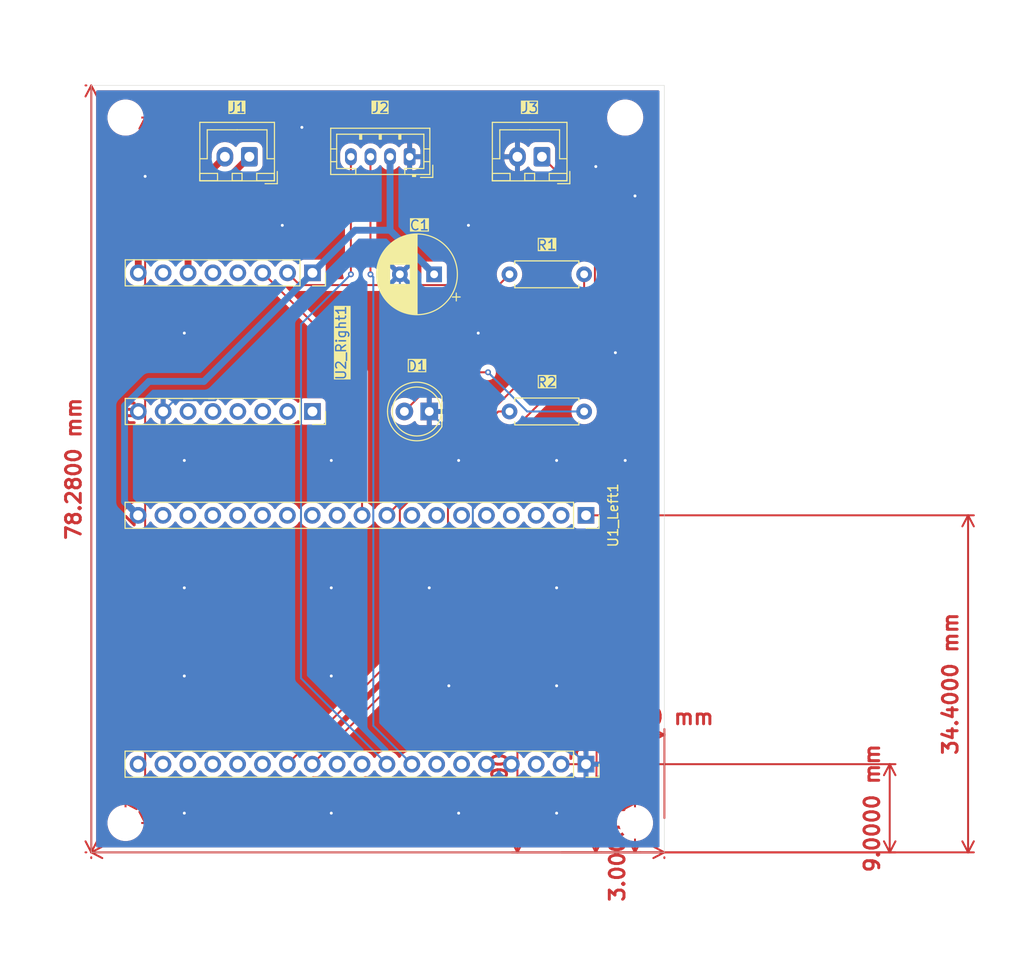
<source format=kicad_pcb>
(kicad_pcb (version 20241229) (generator "pcbnew") (generator_version "9.0")
  (layers (0 "F.Cu" signal) (2 "B.Cu" signal) (13 "F.Paste" user) (15 "B.Paste" user) (5 "F.SilkS" user "F.Silkscreen") (7 "B.SilkS" user "B.Silkscreen") (1 "F.Mask" user) (3 "B.Mask" user) (25 "Edge.Cuts" user))
  (net 0 "")
  (net 1 "GND")
  (net 2 "VCC")
  (net 3 "Net-(D1-A)")
  (net 4 "Net-(J1-Pin_2)")
  (net 5 "Net-(J1-Pin_1)")
  (net 6 "Net-(J2-Pin_3)")
  (net 7 "Net-(J2-Pin_4)")
  (net 8 "Net-(J3-Pin_1)")
  (net 9 "Net-(U1_Left1-Pin_9)")
  (net 10 "Net-(U2_Left1-RX)")
  (net 11 "Net-(U1_Right1-Pin_13)")
  (net 13 "Net-(U1_Left1-Pin_10)")
  (footprint "Connector_JST:JST_XH_B2B-XH-A_1x02_P2.50mm_Vertical" (layer "F.Cu") (at 77.5 38 180)
    (property "Reference" "J3" (at 1.25 5 0) (layer "F.SilkS" knockout))
    (property "Value" "Button")
    (fp_line (start 5.06 3.51) (end 5.06 -2.46) (stroke (width 0.12)) (layer "F.SilkS"))
    (fp_line (start 5.06 -2.46) (end -2.56 -2.46) (stroke (width 0.12)) (layer "F.SilkS"))
    (fp_line (start 5.05 -0.2) (end 4.3 -0.2) (stroke (width 0.12)) (layer "F.SilkS"))
    (fp_line (start 5.05 -1.7) (end 5.05 -2.45) (stroke (width 0.12)) (layer "F.SilkS"))
    (fp_line (start 5.05 -2.45) (end 3.25 -2.45) (stroke (width 0.12)) (layer "F.SilkS"))
    (fp_line (start 4.3 2.75) (end 1.25 2.75) (stroke (width 0.12)) (layer "F.SilkS"))
    (fp_line (start 4.3 -0.2) (end 4.3 2.75) (stroke (width 0.12)) (layer "F.SilkS"))
    (fp_line (start 3.25 -1.7) (end 5.05 -1.7) (stroke (width 0.12)) (layer "F.SilkS"))
    (fp_line (start 3.25 -2.45) (end 3.25 -1.7) (stroke (width 0.12)) (layer "F.SilkS"))
    (fp_line (start 1.75 -1.7) (end 1.75 -2.45) (stroke (width 0.12)) (layer "F.SilkS"))
    (fp_line (start 1.75 -2.45) (end 0.75 -2.45) (stroke (width 0.12)) (layer "F.SilkS"))
    (fp_line (start 0.75 -1.7) (end 1.75 -1.7) (stroke (width 0.12)) (layer "F.SilkS"))
    (fp_line (start 0.75 -2.45) (end 0.75 -1.7) (stroke (width 0.12)) (layer "F.SilkS"))
    (fp_line (start -0.75 -1.7) (end -0.75 -2.45) (stroke (width 0.12)) (layer "F.SilkS"))
    (fp_line (start -0.75 -2.45) (end -2.55 -2.45) (stroke (width 0.12)) (layer "F.SilkS"))
    (fp_line (start -1.6 -2.75) (end -2.85 -2.75) (stroke (width 0.12)) (layer "F.SilkS"))
    (fp_line (start -1.8 2.75) (end 1.25 2.75) (stroke (width 0.12)) (layer "F.SilkS"))
    (fp_line (start -1.8 -0.2) (end -1.8 2.75) (stroke (width 0.12)) (layer "F.SilkS"))
    (fp_line (start -2.55 -0.2) (end -1.8 -0.2) (stroke (width 0.12)) (layer "F.SilkS"))
    (fp_line (start -2.55 -1.7) (end -0.75 -1.7) (stroke (width 0.12)) (layer "F.SilkS"))
    (fp_line (start -2.55 -2.45) (end -2.55 -1.7) (stroke (width 0.12)) (layer "F.SilkS"))
    (fp_line (start -2.56 3.51) (end 5.06 3.51) (stroke (width 0.12)) (layer "F.SilkS"))
    (fp_line (start -2.56 -2.46) (end -2.56 3.51) (stroke (width 0.12)) (layer "F.SilkS"))
    (fp_line (start -2.85 -2.75) (end -2.85 -1.5) (stroke (width 0.12)) (layer "F.SilkS"))
    (pad "1" thru_hole roundrect (at 0 0 180) (size 1.7 2) (drill 1) (layers "*.Cu" "*.Mask") (roundrect_rratio 0.147059) (net 8 "Net-(J3-Pin_1)"))
    (pad "2" thru_hole oval (at 2.5 0 180) (size 1.7 2) (drill 1) (layers "*.Cu" "*.Mask") (net 1 "GND"))
  )
  (footprint "LED_THT:LED_D5.0mm" (layer "F.Cu") (at 66 64 180)
    (property "Reference" "D1" (at 1.27 4.64 0) (layer "F.SilkS" knockout))
    (property "Value" "LED")
    (fp_line (start -1.29 -1.545) (end -1.29 1.545) (stroke (width 0.12)) (layer "F.SilkS"))
    (fp_arc (start 4.26 0.000048) (mid 2.071756 2.880501) (end -1.29 1.54483) (stroke (width 0.12)) (layer "F.SilkS"))
    (fp_arc (start -1.29 -1.54483) (mid 2.071756 -2.880501) (end 4.26 -0.000048) (stroke (width 0.12)) (layer "F.SilkS"))
    (fp_circle (center 1.27 0) (end 3.77 0) (stroke (width 0.12)) (fill no) (layer "F.SilkS"))
    (pad "1" thru_hole rect (at 0 0 180) (size 1.8 1.8) (drill 0.9) (layers "*.Cu" "*.Mask") (net 1 "GND"))
    (pad "2" thru_hole circle (at 2.54 0 180) (size 1.8 1.8) (drill 0.9) (layers "*.Cu" "*.Mask") (net 3 "Net-(D1-A)"))
  )
  (footprint "MountingHole:MountingHole_3.2mm_M3" (layer "F.Cu") (at 35 34 180)
    (property "Reference" "REF**" (hide yes))
    (property "Value" "MountingHole_3.2mm_M3" (hide yes))
    (pad "" np_thru_hole circle (at 0 0 180) (size 3.2 3.2) (drill 3.2) (layers "*.Cu" "*.Mask"))
  )
  (footprint "Connector_PinSocket_2.54mm:PinSocket_1x19_P2.54mm_Vertical" (layer "F.Cu") (at 82 100 -90)
    (property "Reference" "U1_Right1" (hide yes))
    (property "Value" "ESP32")
    (fp_line (start -1.33 47.05) (end 1.33 47.05) (stroke (width 0.12)) (layer "F.SilkS"))
    (fp_line (start -1.33 1.27) (end -1.33 47.05) (stroke (width 0.12)) (layer "F.SilkS"))
    (fp_line (start -1.33 1.27) (end 1.33 1.27) (stroke (width 0.12)) (layer "F.SilkS"))
    (fp_line (start 1.33 1.27) (end 1.33 47.05) (stroke (width 0.12)) (layer "F.SilkS"))
    (fp_line (start 0 -1.33) (end 1.33 -1.33) (stroke (width 0.12)) (layer "F.SilkS"))
    (fp_line (start 1.33 -1.33) (end 1.33 0) (stroke (width 0.12)) (layer "F.SilkS"))
    (pad "1" thru_hole rect (at 0 0 270) (size 1.7 1.7) (drill 1) (layers "*.Cu" "*.Mask") (net 1 "GND"))
    (pad "2" thru_hole oval (at 0 2.54 270) (size 1.7 1.7) (drill 1) (layers "*.Cu" "*.Mask"))
    (pad "3" thru_hole oval (at 0 5.08 270) (size 1.7 1.7) (drill 1) (layers "*.Cu" "*.Mask"))
    (pad "4" thru_hole oval (at 0 7.62 270) (size 1.7 1.7) (drill 1) (layers "*.Cu" "*.Mask"))
    (pad "5" thru_hole oval (at 0 10.16 270) (size 1.7 1.7) (drill 1) (layers "*.Cu" "*.Mask"))
    (pad "6" thru_hole oval (at 0 12.7 270) (size 1.7 1.7) (drill 1) (layers "*.Cu" "*.Mask"))
    (pad "7" thru_hole oval (at 0 15.24 270) (size 1.7 1.7) (drill 1) (layers "*.Cu" "*.Mask"))
    (pad "8" thru_hole oval (at 0 17.78 270) (size 1.7 1.7) (drill 1) (layers "*.Cu" "*.Mask") (net 6 "Net-(J2-Pin_3)"))
    (pad "9" thru_hole oval (at 0 20.32 270) (size 1.7 1.7) (drill 1) (layers "*.Cu" "*.Mask") (net 7 "Net-(J2-Pin_4)"))
    (pad "10" thru_hole oval (at 0 22.86 270) (size 1.7 1.7) (drill 1) (layers "*.Cu" "*.Mask"))
    (pad "11" thru_hole oval (at 0 25.4 270) (size 1.7 1.7) (drill 1) (layers "*.Cu" "*.Mask"))
    (pad "12" thru_hole oval (at 0 27.94 270) (size 1.7 1.7) (drill 1) (layers "*.Cu" "*.Mask") (net 8 "Net-(J3-Pin_1)"))
    (pad "13" thru_hole oval (at 0 30.48 270) (size 1.7 1.7) (drill 1) (layers "*.Cu" "*.Mask") (net 11 "Net-(U1_Right1-Pin_13)"))
    (pad "14" thru_hole oval (at 0 33.02 270) (size 1.7 1.7) (drill 1) (layers "*.Cu" "*.Mask"))
    (pad "15" thru_hole oval (at 0 35.56 270) (size 1.7 1.7) (drill 1) (layers "*.Cu" "*.Mask"))
    (pad "16" thru_hole oval (at 0 38.1 270) (size 1.7 1.7) (drill 1) (layers "*.Cu" "*.Mask"))
    (pad "17" thru_hole oval (at 0 40.64 270) (size 1.7 1.7) (drill 1) (layers "*.Cu" "*.Mask"))
    (pad "18" thru_hole oval (at 0 43.18 270) (size 1.7 1.7) (drill 1) (layers "*.Cu" "*.Mask"))
    (pad "19" thru_hole oval (at 0 45.72 270) (size 1.7 1.7) (drill 1) (layers "*.Cu" "*.Mask"))
  )
  (footprint "MountingHole:MountingHole_3.2mm_M3" (layer "F.Cu") (at 35 106 180)
    (property "Reference" "REF**" (hide yes))
    (property "Value" "MountingHole_3.2mm_M3" (hide yes))
    (pad "" np_thru_hole circle (at 0 0 180) (size 3.2 3.2) (drill 3.2) (layers "*.Cu" "*.Mask"))
  )
  (footprint "MountingHole:MountingHole_3.2mm_M3" (layer "F.Cu") (at 86 34 180)
    (property "Reference" "REF**" (hide yes))
    (property "Value" "MountingHole_3.2mm_M3" (hide yes))
    (pad "" np_thru_hole circle (at 0 0 180) (size 3.2 3.2) (drill 3.2) (layers "*.Cu" "*.Mask"))
  )
  (footprint "Connector_PinSocket_2.54mm:PinSocket_1x08_P2.54mm_Vertical" (layer "F.Cu") (at 54.08 49.85 -90)
    (property "Reference" "U2_Left1" (hide yes))
    (property "Value" "DFPlayer")
    (fp_line (start -1.33 19.11) (end 1.33 19.11) (stroke (width 0.12)) (layer "F.SilkS"))
    (fp_line (start -1.33 1.27) (end -1.33 19.11) (stroke (width 0.12)) (layer "F.SilkS"))
    (fp_line (start -1.33 1.27) (end 1.33 1.27) (stroke (width 0.12)) (layer "F.SilkS"))
    (fp_line (start 1.33 1.27) (end 1.33 19.11) (stroke (width 0.12)) (layer "F.SilkS"))
    (fp_line (start 0 -1.33) (end 1.33 -1.33) (stroke (width 0.12)) (layer "F.SilkS"))
    (fp_line (start 1.33 -1.33) (end 1.33 0) (stroke (width 0.12)) (layer "F.SilkS"))
    (pad "1" thru_hole rect (at 0 0 270) (size 1.7 1.7) (drill 1) (layers "*.Cu" "*.Mask") (net 2 "VCC"))
    (pad "2" thru_hole oval (at 0 2.54 270) (size 1.7 1.7) (drill 1) (layers "*.Cu" "*.Mask") (net 10 "Net-(U2_Left1-RX)"))
    (pad "3" thru_hole oval (at 0 5.08 270) (size 1.7 1.7) (drill 1) (layers "*.Cu" "*.Mask") (net 13 "Net-(U1_Left1-Pin_10)"))
    (pad "4" thru_hole oval (at 0 7.62 270) (size 1.7 1.7) (drill 1) (layers "*.Cu" "*.Mask"))
    (pad "5" thru_hole oval (at 0 10.16 270) (size 1.7 1.7) (drill 1) (layers "*.Cu" "*.Mask"))
    (pad "6" thru_hole oval (at 0 12.7 270) (size 1.7 1.7) (drill 1) (layers "*.Cu" "*.Mask") (net 5 "Net-(J1-Pin_1)"))
    (pad "7" thru_hole oval (at 0 15.24 270) (size 1.7 1.7) (drill 1) (layers "*.Cu" "*.Mask"))
    (pad "8" thru_hole oval (at 0 17.78 270) (size 1.7 1.7) (drill 1) (layers "*.Cu" "*.Mask") (net 4 "Net-(J1-Pin_2)"))
  )
  (footprint "Connector_JST:JST_PH_B4B-PH-K_1x04_P2.00mm_Vertical" (layer "F.Cu") (at 64 38 180)
    (property "Reference" "J2" (at 3 5 0) (layer "F.SilkS" knockout))
    (property "Value" "7Seg_display")
    (fp_line (start 8.06 2.91) (end 8.06 -1.81) (stroke (width 0.12)) (layer "F.SilkS"))
    (fp_line (start 8.06 0.8) (end 7.45 0.8) (stroke (width 0.12)) (layer "F.SilkS"))
    (fp_line (start 8.06 -0.5) (end 7.45 -0.5) (stroke (width 0.12)) (layer "F.SilkS"))
    (fp_line (start 8.06 -1.81) (end -2.06 -1.81) (stroke (width 0.12)) (layer "F.SilkS"))
    (fp_line (start 7.45 2.3) (end 7.45 -1.2) (stroke (width 0.12)) (layer "F.SilkS"))
    (fp_line (start 7.45 -1.2) (end 5.5 -1.2) (stroke (width 0.12)) (layer "F.SilkS"))
    (fp_line (start 5.5 -1.2) (end 5.5 -1.81) (stroke (width 0.12)) (layer "F.SilkS"))
    (fp_line (start 5.1 1.8) (end 5.1 2.3) (stroke (width 0.12)) (layer "F.SilkS"))
    (fp_line (start 5 2.3) (end 5 1.8) (stroke (width 0.12)) (layer "F.SilkS"))
    (fp_line (start 4.9 2.3) (end 4.9 1.8) (stroke (width 0.12)) (layer "F.SilkS"))
    (fp_line (start 4.9 1.8) (end 5.1 1.8) (stroke (width 0.12)) (layer "F.SilkS"))
    (fp_line (start 3.1 1.8) (end 3.1 2.3) (stroke (width 0.12)) (layer "F.SilkS"))
    (fp_line (start 3 2.3) (end 3 1.8) (stroke (width 0.12)) (layer "F.SilkS"))
    (fp_line (start 2.9 2.3) (end 2.9 1.8) (stroke (width 0.12)) (layer "F.SilkS"))
    (fp_line (start 2.9 1.8) (end 3.1 1.8) (stroke (width 0.12)) (layer "F.SilkS"))
    (fp_line (start 1.1 1.8) (end 1.1 2.3) (stroke (width 0.12)) (layer "F.SilkS"))
    (fp_line (start 1 2.3) (end 1 1.8) (stroke (width 0.12)) (layer "F.SilkS"))
    (fp_line (start 0.9 2.3) (end 0.9 1.8) (stroke (width 0.12)) (layer "F.SilkS"))
    (fp_line (start 0.9 1.8) (end 1.1 1.8) (stroke (width 0.12)) (layer "F.SilkS"))
    (fp_line (start 0.5 -1.2) (end -1.45 -1.2) (stroke (width 0.12)) (layer "F.SilkS"))
    (fp_line (start 0.5 -1.81) (end 0.5 -1.2) (stroke (width 0.12)) (layer "F.SilkS"))
    (fp_line (start -0.3 -1.81) (end -0.3 -2.01) (stroke (width 0.12)) (layer "F.SilkS"))
    (fp_line (start -0.3 -1.91) (end -0.6 -1.91) (stroke (width 0.12)) (layer "F.SilkS"))
    (fp_line (start -0.3 -2.01) (end -0.6 -2.01) (stroke (width 0.12)) (layer "F.SilkS"))
    (fp_line (start -0.6 -2.01) (end -0.6 -1.81) (stroke (width 0.12)) (layer "F.SilkS"))
    (fp_line (start -1.11 -2.11) (end -2.36 -2.11) (stroke (width 0.12)) (layer "F.SilkS"))
    (fp_line (start -1.45 2.3) (end 7.45 2.3) (stroke (width 0.12)) (layer "F.SilkS"))
    (fp_line (start -1.45 -1.2) (end -1.45 2.3) (stroke (width 0.12)) (layer "F.SilkS"))
    (fp_line (start -2.06 2.91) (end 8.06 2.91) (stroke (width 0.12)) (layer "F.SilkS"))
    (fp_line (start -2.06 0.8) (end -1.45 0.8) (stroke (width 0.12)) (layer "F.SilkS"))
    (fp_line (start -2.06 -0.5) (end -1.45 -0.5) (stroke (width 0.12)) (layer "F.SilkS"))
    (fp_line (start -2.06 -1.81) (end -2.06 2.91) (stroke (width 0.12)) (layer "F.SilkS"))
    (fp_line (start -2.36 -2.11) (end -2.36 -0.86) (stroke (width 0.12)) (layer "F.SilkS"))
    (pad "1" thru_hole roundrect (at 0 0 180) (size 1.2 1.75) (drill 0.75) (layers "*.Cu" "*.Mask") (roundrect_rratio 0.208333) (net 1 "GND"))
    (pad "2" thru_hole oval (at 2 0 180) (size 1.2 1.75) (drill 0.75) (layers "*.Cu" "*.Mask") (net 2 "VCC"))
    (pad "3" thru_hole oval (at 4 0 180) (size 1.2 1.75) (drill 0.75) (layers "*.Cu" "*.Mask") (net 6 "Net-(J2-Pin_3)"))
    (pad "4" thru_hole oval (at 6 0 180) (size 1.2 1.75) (drill 0.75) (layers "*.Cu" "*.Mask") (net 7 "Net-(J2-Pin_4)"))
  )
  (footprint "Capacitor_THT:CP_Radial_D8.0mm_P3.50mm" (layer "F.Cu") (at 66.5 50 180)
    (property "Reference" "C1" (at 1.5 5 0) (layer "F.SilkS" knockout))
    (property "Value" "470u")
    (fp_line (start 5.831 -0.533) (end 5.831 0.533) (stroke (width 0.12)) (layer "F.SilkS"))
    (fp_line (start 5.791 -0.768) (end 5.791 0.768) (stroke (width 0.12)) (layer "F.SilkS"))
    (fp_line (start 5.751 -0.948) (end 5.751 0.948) (stroke (width 0.12)) (layer "F.SilkS"))
    (fp_line (start 5.711 -1.098) (end 5.711 1.098) (stroke (width 0.12)) (layer "F.SilkS"))
    (fp_line (start 5.671 -1.229) (end 5.671 1.229) (stroke (width 0.12)) (layer "F.SilkS"))
    (fp_line (start 5.631 -1.346) (end 5.631 1.346) (stroke (width 0.12)) (layer "F.SilkS"))
    (fp_line (start 5.591 -1.453) (end 5.591 1.453) (stroke (width 0.12)) (layer "F.SilkS"))
    (fp_line (start 5.551 -1.552) (end 5.551 1.552) (stroke (width 0.12)) (layer "F.SilkS"))
    (fp_line (start 5.511 -1.645) (end 5.511 1.645) (stroke (width 0.12)) (layer "F.SilkS"))
    (fp_line (start 5.471 -1.731) (end 5.471 1.731) (stroke (width 0.12)) (layer "F.SilkS"))
    (fp_line (start 5.431 -1.813) (end 5.431 1.813) (stroke (width 0.12)) (layer "F.SilkS"))
    (fp_line (start 5.391 -1.89) (end 5.391 1.89) (stroke (width 0.12)) (layer "F.SilkS"))
    (fp_line (start 5.351 -1.964) (end 5.351 1.964) (stroke (width 0.12)) (layer "F.SilkS"))
    (fp_line (start 5.311 -2.034) (end 5.311 2.034) (stroke (width 0.12)) (layer "F.SilkS"))
    (fp_line (start 5.271 -2.102) (end 5.271 2.102) (stroke (width 0.12)) (layer "F.SilkS"))
    (fp_line (start 5.231 -2.166) (end 5.231 2.166) (stroke (width 0.12)) (layer "F.SilkS"))
    (fp_line (start 5.191 -2.228) (end 5.191 2.228) (stroke (width 0.12)) (layer "F.SilkS"))
    (fp_line (start 5.151 -2.287) (end 5.151 2.287) (stroke (width 0.12)) (layer "F.SilkS"))
    (fp_line (start 5.111 -2.345) (end 5.111 2.345) (stroke (width 0.12)) (layer "F.SilkS"))
    (fp_line (start 5.071 -2.4) (end 5.071 2.4) (stroke (width 0.12)) (layer "F.SilkS"))
    (fp_line (start 5.031 -2.454) (end 5.031 2.454) (stroke (width 0.12)) (layer "F.SilkS"))
    (fp_line (start 4.991 -2.505) (end 4.991 2.505) (stroke (width 0.12)) (layer "F.SilkS"))
    (fp_line (start 4.951 -2.556) (end 4.951 2.556) (stroke (width 0.12)) (layer "F.SilkS"))
    (fp_line (start 4.911 -2.604) (end 4.911 2.604) (stroke (width 0.12)) (layer "F.SilkS"))
    (fp_line (start 4.871 -2.651) (end 4.871 2.651) (stroke (width 0.12)) (layer "F.SilkS"))
    (fp_line (start 4.831 -2.697) (end 4.831 2.697) (stroke (width 0.12)) (layer "F.SilkS"))
    (fp_line (start 4.791 -2.741) (end 4.791 2.741) (stroke (width 0.12)) (layer "F.SilkS"))
    (fp_line (start 4.751 -2.784) (end 4.751 2.784) (stroke (width 0.12)) (layer "F.SilkS"))
    (fp_line (start 4.711 -2.826) (end 4.711 2.826) (stroke (width 0.12)) (layer "F.SilkS"))
    (fp_line (start 4.671 -2.867) (end 4.671 2.867) (stroke (width 0.12)) (layer "F.SilkS"))
    (fp_line (start 4.631 -2.907) (end 4.631 2.907) (stroke (width 0.12)) (layer "F.SilkS"))
    (fp_line (start 4.591 -2.945) (end 4.591 2.945) (stroke (width 0.12)) (layer "F.SilkS"))
    (fp_line (start 4.551 -2.983) (end 4.551 2.983) (stroke (width 0.12)) (layer "F.SilkS"))
    (fp_line (start 4.511 1.04) (end 4.511 3.019) (stroke (width 0.12)) (layer "F.SilkS"))
    (fp_line (start 4.511 -3.019) (end 4.511 -1.04) (stroke (width 0.12)) (layer "F.SilkS"))
    (fp_line (start 4.471 1.04) (end 4.471 3.055) (stroke (width 0.12)) (layer "F.SilkS"))
    (fp_line (start 4.471 -3.055) (end 4.471 -1.04) (stroke (width 0.12)) (layer "F.SilkS"))
    (fp_line (start 4.431 1.04) (end 4.431 3.09) (stroke (width 0.12)) (layer "F.SilkS"))
    (fp_line (start 4.431 -3.09) (end 4.431 -1.04) (stroke (width 0.12)) (layer "F.SilkS"))
    (fp_line (start 4.391 1.04) (end 4.391 3.124) (stroke (width 0.12)) (layer "F.SilkS"))
    (fp_line (start 4.391 -3.124) (end 4.391 -1.04) (stroke (width 0.12)) (layer "F.SilkS"))
    (fp_line (start 4.351 1.04) (end 4.351 3.156) (stroke (width 0.12)) (layer "F.SilkS"))
    (fp_line (start 4.351 -3.156) (end 4.351 -1.04) (stroke (width 0.12)) (layer "F.SilkS"))
    (fp_line (start 4.311 1.04) (end 4.311 3.189) (stroke (width 0.12)) (layer "F.SilkS"))
    (fp_line (start 4.311 -3.189) (end 4.311 -1.04) (stroke (width 0.12)) (layer "F.SilkS"))
    (fp_line (start 4.271 1.04) (end 4.271 3.22) (stroke (width 0.12)) (layer "F.SilkS"))
    (fp_line (start 4.271 -3.22) (end 4.271 -1.04) (stroke (width 0.12)) (layer "F.SilkS"))
    (fp_line (start 4.231 1.04) (end 4.231 3.25) (stroke (width 0.12)) (layer "F.SilkS"))
    (fp_line (start 4.231 -3.25) (end 4.231 -1.04) (stroke (width 0.12)) (layer "F.SilkS"))
    (fp_line (start 4.191 1.04) (end 4.191 3.28) (stroke (width 0.12)) (layer "F.SilkS"))
    (fp_line (start 4.191 -3.28) (end 4.191 -1.04) (stroke (width 0.12)) (layer "F.SilkS"))
    (fp_line (start 4.151 1.04) (end 4.151 3.309) (stroke (width 0.12)) (layer "F.SilkS"))
    (fp_line (start 4.151 -3.309) (end 4.151 -1.04) (stroke (width 0.12)) (layer "F.SilkS"))
    (fp_line (start 4.111 1.04) (end 4.111 3.338) (stroke (width 0.12)) (layer "F.SilkS"))
    (fp_line (start 4.111 -3.338) (end 4.111 -1.04) (stroke (width 0.12)) (layer "F.SilkS"))
    (fp_line (start 4.071 1.04) (end 4.071 3.365) (stroke (width 0.12)) (layer "F.SilkS"))
    (fp_line (start 4.071 -3.365) (end 4.071 -1.04) (stroke (width 0.12)) (layer "F.SilkS"))
    (fp_line (start 4.031 1.04) (end 4.031 3.392) (stroke (width 0.12)) (layer "F.SilkS"))
    (fp_line (start 4.031 -3.392) (end 4.031 -1.04) (stroke (width 0.12)) (layer "F.SilkS"))
    (fp_line (start 3.991 1.04) (end 3.991 3.418) (stroke (width 0.12)) (layer "F.SilkS"))
    (fp_line (start 3.991 -3.418) (end 3.991 -1.04) (stroke (width 0.12)) (layer "F.SilkS"))
    (fp_line (start 3.951 1.04) (end 3.951 3.444) (stroke (width 0.12)) (layer "F.SilkS"))
    (fp_line (start 3.951 -3.444) (end 3.951 -1.04) (stroke (width 0.12)) (layer "F.SilkS"))
    (fp_line (start 3.911 1.04) (end 3.911 3.469) (stroke (width 0.12)) (layer "F.SilkS"))
    (fp_line (start 3.911 -3.469) (end 3.911 -1.04) (stroke (width 0.12)) (layer "F.SilkS"))
    (fp_line (start 3.871 1.04) (end 3.871 3.493) (stroke (width 0.12)) (layer "F.SilkS"))
    (fp_line (start 3.871 -3.493) (end 3.871 -1.04) (stroke (width 0.12)) (layer "F.SilkS"))
    (fp_line (start 3.831 1.04) (end 3.831 3.517) (stroke (width 0.12)) (layer "F.SilkS"))
    (fp_line (start 3.831 -3.517) (end 3.831 -1.04) (stroke (width 0.12)) (layer "F.SilkS"))
    (fp_line (start 3.791 1.04) (end 3.791 3.54) (stroke (width 0.12)) (layer "F.SilkS"))
    (fp_line (start 3.791 -3.54) (end 3.791 -1.04) (stroke (width 0.12)) (layer "F.SilkS"))
    (fp_line (start 3.751 1.04) (end 3.751 3.562) (stroke (width 0.12)) (layer "F.SilkS"))
    (fp_line (start 3.751 -3.562) (end 3.751 -1.04) (stroke (width 0.12)) (layer "F.SilkS"))
    (fp_line (start 3.711 1.04) (end 3.711 3.584) (stroke (width 0.12)) (layer "F.SilkS"))
    (fp_line (start 3.711 -3.584) (end 3.711 -1.04) (stroke (width 0.12)) (layer "F.SilkS"))
    (fp_line (start 3.671 1.04) (end 3.671 3.606) (stroke (width 0.12)) (layer "F.SilkS"))
    (fp_line (start 3.671 -3.606) (end 3.671 -1.04) (stroke (width 0.12)) (layer "F.SilkS"))
    (fp_line (start 3.631 1.04) (end 3.631 3.627) (stroke (width 0.12)) (layer "F.SilkS"))
    (fp_line (start 3.631 -3.627) (end 3.631 -1.04) (stroke (width 0.12)) (layer "F.SilkS"))
    (fp_line (start 3.591 1.04) (end 3.591 3.647) (stroke (width 0.12)) (layer "F.SilkS"))
    (fp_line (start 3.591 -3.647) (end 3.591 -1.04) (stroke (width 0.12)) (layer "F.SilkS"))
    (fp_line (start 3.551 1.04) (end 3.551 3.666) (stroke (width 0.12)) (layer "F.SilkS"))
    (fp_line (start 3.551 -3.666) (end 3.551 -1.04) (stroke (width 0.12)) (layer "F.SilkS"))
    (fp_line (start 3.511 1.04) (end 3.511 3.686) (stroke (width 0.12)) (layer "F.SilkS"))
    (fp_line (start 3.511 -3.686) (end 3.511 -1.04) (stroke (width 0.12)) (layer "F.SilkS"))
    (fp_line (start 3.471 1.04) (end 3.471 3.704) (stroke (width 0.12)) (layer "F.SilkS"))
    (fp_line (start 3.471 -3.704) (end 3.471 -1.04) (stroke (width 0.12)) (layer "F.SilkS"))
    (fp_line (start 3.431 1.04) (end 3.431 3.722) (stroke (width 0.12)) (layer "F.SilkS"))
    (fp_line (start 3.431 -3.722) (end 3.431 -1.04) (stroke (width 0.12)) (layer "F.SilkS"))
    (fp_line (start 3.391 1.04) (end 3.391 3.74) (stroke (width 0.12)) (layer "F.SilkS"))
    (fp_line (start 3.391 -3.74) (end 3.391 -1.04) (stroke (width 0.12)) (layer "F.SilkS"))
    (fp_line (start 3.351 1.04) (end 3.351 3.757) (stroke (width 0.12)) (layer "F.SilkS"))
    (fp_line (start 3.351 -3.757) (end 3.351 -1.04) (stroke (width 0.12)) (layer "F.SilkS"))
    (fp_line (start 3.311 1.04) (end 3.311 3.774) (stroke (width 0.12)) (layer "F.SilkS"))
    (fp_line (start 3.311 -3.774) (end 3.311 -1.04) (stroke (width 0.12)) (layer "F.SilkS"))
    (fp_line (start 3.271 1.04) (end 3.271 3.79) (stroke (width 0.12)) (layer "F.SilkS"))
    (fp_line (start 3.271 -3.79) (end 3.271 -1.04) (stroke (width 0.12)) (layer "F.SilkS"))
    (fp_line (start 3.231 1.04) (end 3.231 3.805) (stroke (width 0.12)) (layer "F.SilkS"))
    (fp_line (start 3.231 -3.805) (end 3.231 -1.04) (stroke (width 0.12)) (layer "F.SilkS"))
    (fp_line (start 3.191 1.04) (end 3.191 3.821) (stroke (width 0.12)) (layer "F.SilkS"))
    (fp_line (start 3.191 -3.821) (end 3.191 -1.04) (stroke (width 0.12)) (layer "F.SilkS"))
    (fp_line (start 3.151 1.04) (end 3.151 3.835) (stroke (width 0.12)) (layer "F.SilkS"))
    (fp_line (start 3.151 -3.835) (end 3.151 -1.04) (stroke (width 0.12)) (layer "F.SilkS"))
    (fp_line (start 3.111 1.04) (end 3.111 3.85) (stroke (width 0.12)) (layer "F.SilkS"))
    (fp_line (start 3.111 -3.85) (end 3.111 -1.04) (stroke (width 0.12)) (layer "F.SilkS"))
    (fp_line (start 3.071 1.04) (end 3.071 3.863) (stroke (width 0.12)) (layer "F.SilkS"))
    (fp_line (start 3.071 -3.863) (end 3.071 -1.04) (stroke (width 0.12)) (layer "F.SilkS"))
    (fp_line (start 3.031 1.04) (end 3.031 3.877) (stroke (width 0.12)) (layer "F.SilkS"))
    (fp_line (start 3.031 -3.877) (end 3.031 -1.04) (stroke (width 0.12)) (layer "F.SilkS"))
    (fp_line (start 2.991 1.04) (end 2.991 3.889) (stroke (width 0.12)) (layer "F.SilkS"))
    (fp_line (start 2.991 -3.889) (end 2.991 -1.04) (stroke (width 0.12)) (layer "F.SilkS"))
    (fp_line (start 2.951 1.04) (end 2.951 3.902) (stroke (width 0.12)) (layer "F.SilkS"))
    (fp_line (start 2.951 -3.902) (end 2.951 -1.04) (stroke (width 0.12)) (layer "F.SilkS"))
    (fp_line (start 2.911 1.04) (end 2.911 3.914) (stroke (width 0.12)) (layer "F.SilkS"))
    (fp_line (start 2.911 -3.914) (end 2.911 -1.04) (stroke (width 0.12)) (layer "F.SilkS"))
    (fp_line (start 2.871 1.04) (end 2.871 3.925) (stroke (width 0.12)) (layer "F.SilkS"))
    (fp_line (start 2.871 -3.925) (end 2.871 -1.04) (stroke (width 0.12)) (layer "F.SilkS"))
    (fp_line (start 2.831 1.04) (end 2.831 3.936) (stroke (width 0.12)) (layer "F.SilkS"))
    (fp_line (start 2.831 -3.936) (end 2.831 -1.04) (stroke (width 0.12)) (layer "F.SilkS"))
    (fp_line (start 2.791 1.04) (end 2.791 3.947) (stroke (width 0.12)) (layer "F.SilkS"))
    (fp_line (start 2.791 -3.947) (end 2.791 -1.04) (stroke (width 0.12)) (layer "F.SilkS"))
    (fp_line (start 2.751 1.04) (end 2.751 3.957) (stroke (width 0.12)) (layer "F.SilkS"))
    (fp_line (start 2.751 -3.957) (end 2.751 -1.04) (stroke (width 0.12)) (layer "F.SilkS"))
    (fp_line (start 2.711 1.04) (end 2.711 3.967) (stroke (width 0.12)) (layer "F.SilkS"))
    (fp_line (start 2.711 -3.967) (end 2.711 -1.04) (stroke (width 0.12)) (layer "F.SilkS"))
    (fp_line (start 2.671 1.04) (end 2.671 3.976) (stroke (width 0.12)) (layer "F.SilkS"))
    (fp_line (start 2.671 -3.976) (end 2.671 -1.04) (stroke (width 0.12)) (layer "F.SilkS"))
    (fp_line (start 2.631 1.04) (end 2.631 3.985) (stroke (width 0.12)) (layer "F.SilkS"))
    (fp_line (start 2.631 -3.985) (end 2.631 -1.04) (stroke (width 0.12)) (layer "F.SilkS"))
    (fp_line (start 2.591 1.04) (end 2.591 3.994) (stroke (width 0.12)) (layer "F.SilkS"))
    (fp_line (start 2.591 -3.994) (end 2.591 -1.04) (stroke (width 0.12)) (layer "F.SilkS"))
    (fp_line (start 2.551 1.04) (end 2.551 4.002) (stroke (width 0.12)) (layer "F.SilkS"))
    (fp_line (start 2.551 -4.002) (end 2.551 -1.04) (stroke (width 0.12)) (layer "F.SilkS"))
    (fp_line (start 2.511 1.04) (end 2.511 4.01) (stroke (width 0.12)) (layer "F.SilkS"))
    (fp_line (start 2.511 -4.01) (end 2.511 -1.04) (stroke (width 0.12)) (layer "F.SilkS"))
    (fp_line (start 2.471 1.04) (end 2.471 4.017) (stroke (width 0.12)) (layer "F.SilkS"))
    (fp_line (start 2.471 -4.017) (end 2.471 -1.04) (stroke (width 0.12)) (layer "F.SilkS"))
    (fp_line (start 2.43 -4.024) (end 2.43 4.024) (stroke (width 0.12)) (layer "F.SilkS"))
    (fp_line (start 2.39 -4.03) (end 2.39 4.03) (stroke (width 0.12)) (layer "F.SilkS"))
    (fp_line (start 2.35 -4.037) (end 2.35 4.037) (stroke (width 0.12)) (layer "F.SilkS"))
    (fp_line (start 2.31 -4.042) (end 2.31 4.042) (stroke (width 0.12)) (layer "F.SilkS"))
    (fp_line (start 2.27 -4.048) (end 2.27 4.048) (stroke (width 0.12)) (layer "F.SilkS"))
    (fp_line (start 2.23 -4.052) (end 2.23 4.052) (stroke (width 0.12)) (layer "F.SilkS"))
    (fp_line (start 2.19 -4.057) (end 2.19 4.057) (stroke (width 0.12)) (layer "F.SilkS"))
    (fp_line (start 2.15 -4.061) (end 2.15 4.061) (stroke (width 0.12)) (layer "F.SilkS"))
    (fp_line (start 2.11 -4.065) (end 2.11 4.065) (stroke (width 0.12)) (layer "F.SilkS"))
    (fp_line (start 2.07 -4.068) (end 2.07 4.068) (stroke (width 0.12)) (layer "F.SilkS"))
    (fp_line (start 2.03 -4.071) (end 2.03 4.071) (stroke (width 0.12)) (layer "F.SilkS"))
    (fp_line (start 1.99 -4.074) (end 1.99 4.074) (stroke (width 0.12)) (layer "F.SilkS"))
    (fp_line (start 1.95 -4.076) (end 1.95 4.076) (stroke (width 0.12)) (layer "F.SilkS"))
    (fp_line (start 1.91 -4.077) (end 1.91 4.077) (stroke (width 0.12)) (layer "F.SilkS"))
    (fp_line (start 1.87 -4.079) (end 1.87 4.079) (stroke (width 0.12)) (layer "F.SilkS"))
    (fp_line (start 1.83 -4.08) (end 1.83 4.08) (stroke (width 0.12)) (layer "F.SilkS"))
    (fp_line (start 1.79 -4.08) (end 1.79 4.08) (stroke (width 0.12)) (layer "F.SilkS"))
    (fp_line (start 1.75 -4.08) (end 1.75 4.08) (stroke (width 0.12)) (layer "F.SilkS"))
    (fp_line (start -2.259698 -2.715) (end -2.259698 -1.915) (stroke (width 0.12)) (layer "F.SilkS"))
    (fp_line (start -2.659698 -2.315) (end -1.859698 -2.315) (stroke (width 0.12)) (layer "F.SilkS"))
    (fp_circle (center 1.75 0) (end 5.87 0) (stroke (width 0.12)) (fill no) (layer "F.SilkS"))
    (pad "1" thru_hole rect (at 0 0 180) (size 1.6 1.6) (drill 0.8) (layers "*.Cu" "*.Mask") (net 2 "VCC"))
    (pad "2" thru_hole circle (at 3.5 0 180) (size 1.6 1.6) (drill 0.8) (layers "*.Cu" "*.Mask") (net 1 "GND"))
  )
  (footprint "Connector_JST:JST_XH_B2B-XH-A_1x02_P2.50mm_Vertical" (layer "F.Cu") (at 47.64 38 180)
    (property "Reference" "J1" (at 1.25 5 0) (layer "F.SilkS" knockout))
    (property "Value" "Speaker")
    (fp_line (start 5.06 3.51) (end 5.06 -2.46) (stroke (width 0.12)) (layer "F.SilkS"))
    (fp_line (start 5.06 -2.46) (end -2.56 -2.46) (stroke (width 0.12)) (layer "F.SilkS"))
    (fp_line (start 5.05 -0.2) (end 4.3 -0.2) (stroke (width 0.12)) (layer "F.SilkS"))
    (fp_line (start 5.05 -1.7) (end 5.05 -2.45) (stroke (width 0.12)) (layer "F.SilkS"))
    (fp_line (start 5.05 -2.45) (end 3.25 -2.45) (stroke (width 0.12)) (layer "F.SilkS"))
    (fp_line (start 4.3 2.75) (end 1.25 2.75) (stroke (width 0.12)) (layer "F.SilkS"))
    (fp_line (start 4.3 -0.2) (end 4.3 2.75) (stroke (width 0.12)) (layer "F.SilkS"))
    (fp_line (start 3.25 -1.7) (end 5.05 -1.7) (stroke (width 0.12)) (layer "F.SilkS"))
    (fp_line (start 3.25 -2.45) (end 3.25 -1.7) (stroke (width 0.12)) (layer "F.SilkS"))
    (fp_line (start 1.75 -1.7) (end 1.75 -2.45) (stroke (width 0.12)) (layer "F.SilkS"))
    (fp_line (start 1.75 -2.45) (end 0.75 -2.45) (stroke (width 0.12)) (layer "F.SilkS"))
    (fp_line (start 0.75 -1.7) (end 1.75 -1.7) (stroke (width 0.12)) (layer "F.SilkS"))
    (fp_line (start 0.75 -2.45) (end 0.75 -1.7) (stroke (width 0.12)) (layer "F.SilkS"))
    (fp_line (start -0.75 -1.7) (end -0.75 -2.45) (stroke (width 0.12)) (layer "F.SilkS"))
    (fp_line (start -0.75 -2.45) (end -2.55 -2.45) (stroke (width 0.12)) (layer "F.SilkS"))
    (fp_line (start -1.6 -2.75) (end -2.85 -2.75) (stroke (width 0.12)) (layer "F.SilkS"))
    (fp_line (start -1.8 2.75) (end 1.25 2.75) (stroke (width 0.12)) (layer "F.SilkS"))
    (fp_line (start -1.8 -0.2) (end -1.8 2.75) (stroke (width 0.12)) (layer "F.SilkS"))
    (fp_line (start -2.55 -0.2) (end -1.8 -0.2) (stroke (width 0.12)) (layer "F.SilkS"))
    (fp_line (start -2.55 -1.7) (end -0.75 -1.7) (stroke (width 0.12)) (layer "F.SilkS"))
    (fp_line (start -2.55 -2.45) (end -2.55 -1.7) (stroke (width 0.12)) (layer "F.SilkS"))
    (fp_line (start -2.56 3.51) (end 5.06 3.51) (stroke (width 0.12)) (layer "F.SilkS"))
    (fp_line (start -2.56 -2.46) (end -2.56 3.51) (stroke (width 0.12)) (layer "F.SilkS"))
    (fp_line (start -2.85 -2.75) (end -2.85 -1.5) (stroke (width 0.12)) (layer "F.SilkS"))
    (pad "1" thru_hole roundrect (at 0 0 180) (size 1.7 2) (drill 1) (layers "*.Cu" "*.Mask") (roundrect_rratio 0.147059) (net 5 "Net-(J1-Pin_1)"))
    (pad "2" thru_hole oval (at 2.5 0 180) (size 1.7 2) (drill 1) (layers "*.Cu" "*.Mask") (net 4 "Net-(J1-Pin_2)"))
  )
  (footprint "MountingHole:MountingHole_3.2mm_M3" (layer "F.Cu") (at 87 106 180)
    (property "Reference" "REF**" (hide yes))
    (property "Value" "MountingHole_3.2mm_M3" (hide yes))
    (pad "" np_thru_hole circle (at 0 0 180) (size 3.2 3.2) (drill 3.2) (layers "*.Cu" "*.Mask"))
  )
  (footprint "Connector_PinSocket_2.54mm:PinSocket_1x08_P2.54mm_Vertical" (layer "F.Cu") (at 54.08 64 -90)
    (property "Reference" "U2_Right1" (at -7 -2.92 90) (layer "F.SilkS" knockout))
    (property "Value" "DFPlayer" (hide yes))
    (fp_line (start -1.33 19.11) (end 1.33 19.11) (stroke (width 0.12)) (layer "F.SilkS"))
    (fp_line (start -1.33 1.27) (end -1.33 19.11) (stroke (width 0.12)) (layer "F.SilkS"))
    (fp_line (start -1.33 1.27) (end 1.33 1.27) (stroke (width 0.12)) (layer "F.SilkS"))
    (fp_line (start 1.33 1.27) (end 1.33 19.11) (stroke (width 0.12)) (layer "F.SilkS"))
    (fp_line (start 0 -1.33) (end 1.33 -1.33) (stroke (width 0.12)) (layer "F.SilkS"))
    (fp_line (start 1.33 -1.33) (end 1.33 0) (stroke (width 0.12)) (layer "F.SilkS"))
    (pad "1" thru_hole rect (at 0 0 270) (size 1.7 1.7) (drill 1) (layers "*.Cu" "*.Mask"))
    (pad "2" thru_hole oval (at 0 2.54 270) (size 1.7 1.7) (drill 1) (layers "*.Cu" "*.Mask"))
    (pad "3" thru_hole oval (at 0 5.08 270) (size 1.7 1.7) (drill 1) (layers "*.Cu" "*.Mask"))
    (pad "4" thru_hole oval (at 0 7.62 270) (size 1.7 1.7) (drill 1) (layers "*.Cu" "*.Mask"))
    (pad "5" thru_hole oval (at 0 10.16 270) (size 1.7 1.7) (drill 1) (layers "*.Cu" "*.Mask"))
    (pad "6" thru_hole oval (at 0 12.7 270) (size 1.7 1.7) (drill 1) (layers "*.Cu" "*.Mask"))
    (pad "7" thru_hole oval (at 0 15.24 270) (size 1.7 1.7) (drill 1) (layers "*.Cu" "*.Mask") (net 1 "GND"))
    (pad "8" thru_hole oval (at 0 17.78 270) (size 1.7 1.7) (drill 1) (layers "*.Cu" "*.Mask"))
  )
  (footprint "Resistor_THT:R_Axial_DIN0207_L6.3mm_D2.5mm_P7.62mm_Horizontal" (layer "F.Cu") (at 81.81 64 180)
    (property "Reference" "R2" (at 3.81 3 0) (layer "F.SilkS" knockout))
    (property "Value" "R")
    (fp_line (start 7.08 1.37) (end 7.08 1.04) (stroke (width 0.12)) (layer "F.SilkS"))
    (fp_line (start 7.08 -1.37) (end 7.08 -1.04) (stroke (width 0.12)) (layer "F.SilkS"))
    (fp_line (start 0.54 1.37) (end 7.08 1.37) (stroke (width 0.12)) (layer "F.SilkS"))
    (fp_line (start 0.54 1.04) (end 0.54 1.37) (stroke (width 0.12)) (layer "F.SilkS"))
    (fp_line (start 0.54 -1.04) (end 0.54 -1.37) (stroke (width 0.12)) (layer "F.SilkS"))
    (fp_line (start 0.54 -1.37) (end 7.08 -1.37) (stroke (width 0.12)) (layer "F.SilkS"))
    (pad "1" thru_hole circle (at 0 0 180) (size 1.6 1.6) (drill 0.8) (layers "*.Cu" "*.Mask") (net 3 "Net-(D1-A)"))
    (pad "2" thru_hole oval (at 7.62 0 180) (size 1.6 1.6) (drill 0.8) (layers "*.Cu" "*.Mask") (net 11 "Net-(U1_Right1-Pin_13)"))
  )
  (footprint "Connector_PinSocket_2.54mm:PinSocket_1x19_P2.54mm_Vertical" (layer "F.Cu") (at 82 74.6 -90)
    (property "Reference" "U1_Left1" (at 0 -2.77 270) (layer "F.SilkS"))
    (property "Value" "ESP32")
    (fp_line (start -1.33 47.05) (end 1.33 47.05) (stroke (width 0.12)) (layer "F.SilkS"))
    (fp_line (start -1.33 1.27) (end -1.33 47.05) (stroke (width 0.12)) (layer "F.SilkS"))
    (fp_line (start -1.33 1.27) (end 1.33 1.27) (stroke (width 0.12)) (layer "F.SilkS"))
    (fp_line (start 1.33 1.27) (end 1.33 47.05) (stroke (width 0.12)) (layer "F.SilkS"))
    (fp_line (start 0 -1.33) (end 1.33 -1.33) (stroke (width 0.12)) (layer "F.SilkS"))
    (fp_line (start 1.33 -1.33) (end 1.33 0) (stroke (width 0.12)) (layer "F.SilkS"))
    (pad "1" thru_hole rect (at 0 0 270) (size 1.7 1.7) (drill 1) (layers "*.Cu" "*.Mask"))
    (pad "2" thru_hole circle (at 0 2.54 270) (size 1.7 1.7) (drill 1) (layers "*.Cu" "*.Mask"))
    (pad "3" thru_hole circle (at 0 5.08 270) (size 1.7 1.7) (drill 1) (layers "*.Cu" "*.Mask"))
    (pad "4" thru_hole circle (at 0 7.62 270) (size 1.7 1.7) (drill 1) (layers "*.Cu" "*.Mask"))
    (pad "5" thru_hole circle (at 0 10.16 270) (size 1.7 1.7) (drill 1) (layers "*.Cu" "*.Mask"))
    (pad "6" thru_hole circle (at 0 12.7 270) (size 1.7 1.7) (drill 1) (layers "*.Cu" "*.Mask"))
    (pad "7" thru_hole circle (at 0 15.24 270) (size 1.7 1.7) (drill 1) (layers "*.Cu" "*.Mask"))
    (pad "8" thru_hole circle (at 0 17.78 270) (size 1.7 1.7) (drill 1) (layers "*.Cu" "*.Mask"))
    (pad "9" thru_hole circle (at 0 20.32 270) (size 1.7 1.7) (drill 1) (layers "*.Cu" "*.Mask") (net 9 "Net-(U1_Left1-Pin_9)"))
    (pad "10" thru_hole circle (at 0 22.86 270) (size 1.7 1.7) (drill 1) (layers "*.Cu" "*.Mask") (net 13 "Net-(U1_Left1-Pin_10)"))
    (pad "11" thru_hole circle (at 0 25.4 270) (size 1.7 1.7) (drill 1) (layers "*.Cu" "*.Mask"))
    (pad "12" thru_hole circle (at 0 27.94 270) (size 1.7 1.7) (drill 1) (layers "*.Cu" "*.Mask"))
    (pad "13" thru_hole circle (at 0 30.48 270) (size 1.7 1.7) (drill 1) (layers "*.Cu" "*.Mask"))
    (pad "14" thru_hole circle (at 0 33.02 270) (size 1.7 1.7) (drill 1) (layers "*.Cu" "*.Mask"))
    (pad "15" thru_hole circle (at 0 35.56 270) (size 1.7 1.7) (drill 1) (layers "*.Cu" "*.Mask"))
    (pad "16" thru_hole circle (at 0 38.1 270) (size 1.7 1.7) (drill 1) (layers "*.Cu" "*.Mask"))
    (pad "17" thru_hole circle (at 0 40.64 270) (size 1.7 1.7) (drill 1) (layers "*.Cu" "*.Mask"))
    (pad "18" thru_hole circle (at 0 43.18 270) (size 1.7 1.7) (drill 1) (layers "*.Cu" "*.Mask"))
    (pad "19" thru_hole circle (at 0 45.72 270) (size 1.7 1.7) (drill 1) (layers "*.Cu" "*.Mask") (net 2 "VCC"))
  )
  (footprint "Resistor_THT:R_Axial_DIN0207_L6.3mm_D2.5mm_P7.62mm_Horizontal" (layer "F.Cu") (at 74.19 50)
    (property "Reference" "R1" (at 3.81 -3 0) (layer "F.SilkS" knockout))
    (property "Value" "1k")
    (fp_line (start 0.54 -1.37) (end 7.08 -1.37) (stroke (width 0.12)) (layer "F.SilkS"))
    (fp_line (start 0.54 -1.04) (end 0.54 -1.37) (stroke (width 0.12)) (layer "F.SilkS"))
    (fp_line (start 0.54 1.04) (end 0.54 1.37) (stroke (width 0.12)) (layer "F.SilkS"))
    (fp_line (start 0.54 1.37) (end 7.08 1.37) (stroke (width 0.12)) (layer "F.SilkS"))
    (fp_line (start 7.08 -1.37) (end 7.08 -1.04) (stroke (width 0.12)) (layer "F.SilkS"))
    (fp_line (start 7.08 1.37) (end 7.08 1.04) (stroke (width 0.12)) (layer "F.SilkS"))
    (pad "1" thru_hole circle (at 0 0) (size 1.6 1.6) (drill 0.8) (layers "*.Cu" "*.Mask") (net 10 "Net-(U2_Left1-RX)"))
    (pad "2" thru_hole oval (at 7.62 0) (size 1.6 1.6) (drill 0.8) (layers "*.Cu" "*.Mask") (net 9 "Net-(U1_Left1-Pin_9)"))
  )
  (gr_rect (start 31.5 30.72) (end 90 109) (stroke (width 0.05)) (fill no) (layer "Edge.Cuts"))
  (dimension (type aligned) (layer "F.Cu") (pts (xy 90 109) (xy 31.5 109)) (height 0) (format (prefix "") (suffix "") (units 3) (units_format 1) (precision 4)) (style (thickness 0.2) (arrow_length 1.27) (text_position_mode 0) (arrow_direction outward) (extension_height 0.58642) (extension_offset 0.5) (keep_text_aligned yes)) (gr_text "58.5000 mm" (at 60.75 107.2 0) (layer "F.Cu") (effects (font (size 1.5 1.5) (thickness 0.3)))))
  (dimension (type aligned) (layer "F.Cu") (pts (xy 31.5 109) (xy 31.5 30.72)) (height 0) (format (prefix "") (suffix "") (units 3) (units_format 1) (precision 4)) (style (thickness 0.2) (arrow_length 1.27) (text_position_mode 0) (arrow_direction outward) (extension_height 0.58642) (extension_offset 0.5) (keep_text_aligned yes)) (gr_text "78.2800 mm" (at 29.7 69.86 90) (layer "F.Cu") (effects (font (size 1.5 1.5) (thickness 0.3)))))
  (dimension (type aligned) (layer "F.Cu") (pts (xy 79 100) (xy 79 109)) (height -34) (format (prefix "") (suffix "") (units 3) (units_format 1) (precision 4)) (style (thickness 0.2) (arrow_length 1.27) (text_position_mode 0) (arrow_direction outward) (extension_height 0.58642) (extension_offset 0.5) (keep_text_aligned yes)) (gr_text "9.0000 mm" (at 111.2 104.5 90) (layer "F.Cu") (effects (font (size 1.5 1.5) (thickness 0.3)))))
  (dimension (type aligned) (layer "F.Cu") (pts (xy 83 109) (xy 83 90)) (height -8) (format (prefix "") (suffix "") (units 3) (units_format 1) (precision 4)) (style (thickness 0.2) (arrow_length 1.27) (text_position_mode 0) (arrow_direction outward) (extension_height 0.58642) (extension_offset 0.5) (keep_text_aligned yes)) (gr_text "19.0000 mm" (at 73.2 99.5 90) (layer "F.Cu") (effects (font (size 1.5 1.5) (thickness 0.3)))))
  (dimension (type aligned) (layer "F.Cu") (pts (xy 82 74.6) (xy 82 109)) (height -39) (format (prefix "") (suffix "") (units 3) (units_format 1) (precision 4)) (style (thickness 0.2) (arrow_length 1.27) (text_position_mode 0) (arrow_direction outward) (extension_height 0.58642) (extension_offset 0.5) (keep_text_aligned yes)) (gr_text "34.4000 mm" (at 119.2 91.8 90) (layer "F.Cu") (effects (font (size 1.5 1.5) (thickness 0.3)))))
  (dimension (type aligned) (layer "F.Cu") (pts (xy 87 106) (xy 90 106)) (height -9) (format (prefix "") (suffix "") (units 3) (units_format 1) (precision 4)) (style (thickness 0.2) (arrow_length 1.27) (text_position_mode 0) (arrow_direction outward) (extension_height 0.58642) (extension_offset 0.5) (keep_text_aligned yes)) (gr_text "3.0000 mm" (at 88.5 95.2 0) (layer "F.Cu") (effects (font (size 1.5 1.5) (thickness 0.3)))))
  (dimension (type aligned) (layer "F.Cu") (pts (xy 35 106) (xy 35 34)) (height 2) (format (prefix "") (suffix "") (units 3) (units_format 1) (precision 4)) (style (thickness 0.2) (arrow_length 1.27) (text_position_mode 0) (arrow_direction outward) (extension_height 0.58642) (extension_offset 0.5) (keep_text_aligned yes)) (gr_text "72.0000 mm" (at 35.2 70 90) (layer "F.Cu") (effects (font (size 1.5 1.5) (thickness 0.3)))))
  (dimension (type aligned) (layer "F.Cu") (pts (xy 87 106) (xy 35 106)) (height 2) (format (prefix "") (suffix "") (units 3) (units_format 1) (precision 4)) (style (thickness 0.2) (arrow_length 1.27) (text_position_mode 0) (arrow_direction outward) (extension_height 0.58642) (extension_offset 0.5) (keep_text_aligned yes)) (gr_text "52.0000 mm" (at 61 102.2 0) (layer "F.Cu") (effects (font (size 1.5 1.5) (thickness 0.3)))))
  (dimension (type aligned) (layer "F.Cu") (pts (xy 87 106) (xy 87 109)) (height 0) (format (prefix "") (suffix "") (units 3) (units_format 1) (precision 4)) (style (thickness 0.2) (arrow_length 1.27) (text_position_mode 0) (arrow_direction outward) (extension_height 0.58642) (extension_offset 0.5) (keep_text_aligned yes)) (gr_text "3.0000 mm" (at 85.2 107.5 90) (layer "F.Cu") (effects (font (size 1.5 1.5) (thickness 0.3)))))
  (dimension (type aligned) (layer "F.Cu") (pts (xy 83.27 75.87) (xy 83 109)) (height 0) (format (prefix "") (suffix "") (units 3) (units_format 1) (precision 4)) (style (thickness 0.2) (arrow_length 1.27) (text_position_mode 0) (arrow_direction outward) (extension_height 0.58642) (extension_offset 0.5) (keep_text_aligned yes)) (gr_text "33.1311 mm" (at 81.33506 92.420331 89.53306616) (layer "F.Cu") (effects (font (size 1.5 1.5) (thickness 0.3)))))
  (segment (start 75 38) (end 64 38) (width 0.2) (layer "F.Cu") (net 1))
  (segment (start 64 38) (end 64 49) (width 0.2) (layer "F.Cu") (net 1))
  (segment (start 64 49) (end 63 50) (width 0.2) (layer "F.Cu") (net 1))
  (via (at 79 69) (size 0.6) (drill 0.3) (layers "F.Cu" "B.Cu") (net 1))
  (via (at 37 40) (size 0.6) (drill 0.3) (layers "F.Cu" "B.Cu") (net 1))
  (via (at 87 42) (size 0.6) (drill 0.3) (layers "F.Cu" "B.Cu") (net 1))
  (via (at 56 82) (size 0.6) (drill 0.3) (layers "F.Cu" "B.Cu") (net 1))
  (via (at 83 39) (size 0.6) (drill 0.3) (layers "F.Cu" "B.Cu") (net 1))
  (via (at 79 105) (size 0.6) (drill 0.3) (layers "F.Cu" "B.Cu") (net 1))
  (via (at 79 82) (size 0.6) (drill 0.3) (layers "F.Cu" "B.Cu") (net 1))
  (via (at 79 92) (size 0.6) (drill 0.3) (layers "F.Cu" "B.Cu") (net 1))
  (via (at 56 91) (size 0.6) (drill 0.3) (layers "F.Cu" "B.Cu") (net 1))
  (via (at 56 69) (size 0.6) (drill 0.3) (layers "F.Cu" "B.Cu") (net 1))
  (via (at 41 91) (size 0.6) (drill 0.3) (layers "F.Cu" "B.Cu") (net 1))
  (via (at 86 69) (size 0.6) (drill 0.3) (layers "F.Cu" "B.Cu") (net 1))
  (via (at 41 105) (size 0.6) (drill 0.3) (layers "F.Cu" "B.Cu") (net 1))
  (via (at 69 105) (size 0.6) (drill 0.3) (layers "F.Cu" "B.Cu") (net 1))
  (via (at 56 105) (size 0.6) (drill 0.3) (layers "F.Cu" "B.Cu") (net 1))
  (via (at 69 69) (size 0.6) (drill 0.3) (layers "F.Cu" "B.Cu") (net 1))
  (via (at 41 69) (size 0.6) (drill 0.3) (layers "F.Cu" "B.Cu") (net 1))
  (via (at 71 56) (size 0.6) (drill 0.3) (layers "F.Cu" "B.Cu") (net 1))
  (via (at 70 45) (size 0.6) (drill 0.3) (layers "F.Cu" "B.Cu") (net 1))
  (via (at 53 35) (size 0.6) (drill 0.3) (layers "F.Cu" "B.Cu") (net 1))
  (via (at 66 82) (size 0.6) (drill 0.3) (layers "F.Cu" "B.Cu") (net 1))
  (via (at 41 82) (size 0.6) (drill 0.3) (layers "F.Cu" "B.Cu") (net 1))
  (via (at 41 56) (size 0.6) (drill 0.3) (layers "F.Cu" "B.Cu") (net 1))
  (via (at 51 45) (size 0.6) (drill 0.3) (layers "F.Cu" "B.Cu") (net 1))
  (via (at 85 58) (size 0.6) (drill 0.3) (layers "F.Cu" "B.Cu") (net 1))
  (via (at 68 92) (size 0.6) (drill 0.3) (layers "F.Cu" "B.Cu") (net 1))
  (segment (start 66 64) (end 70.45 68.45) (width 0.2) (layer "B.Cu") (net 1))
  (segment (start 62.200001 49.200001) (end 57.799999 49.200001) (width 0.2) (layer "B.Cu") (net 1))
  (segment (start 39.99 62.85) (end 38.84 64) (width 0.2) (layer "B.Cu") (net 1))
  (segment (start 70.45 68.45) (end 70.45 88.45) (width 0.2) (layer "B.Cu") (net 1))
  (segment (start 63 51) (end 66 54) (width 0.2) (layer "B.Cu") (net 1))
  (segment (start 44.15 62.85) (end 39.99 62.85) (width 0.2) (layer "B.Cu") (net 1))
  (segment (start 63 50) (end 62.200001 49.200001) (width 0.2) (layer "B.Cu") (net 1))
  (segment (start 66 54) (end 66 64) (width 0.2) (layer "B.Cu") (net 1))
  (segment (start 63 50) (end 63 51) (width 0.2) (layer "B.Cu") (net 1))
  (segment (start 57.799999 49.200001) (end 44.15 62.85) (width 0.2) (layer "B.Cu") (net 1))
  (segment (start 70.45 88.45) (end 82 100) (width 0.2) (layer "B.Cu") (net 1))
  (segment (start 37.390101 60.93) (end 34.9 63.420101) (width 0.7) (layer "B.Cu") (net 2))
  (segment (start 34.9 63.420101) (end 34.9 73.22) (width 0.7) (layer "B.Cu") (net 2))
  (segment (start 54.08 49.85) (end 58.43 45.5) (width 0.7) (layer "B.Cu") (net 2))
  (segment (start 58.43 45.5) (end 62 45.5) (width 0.7) (layer "B.Cu") (net 2))
  (segment (start 62 38) (end 62 45.5) (width 0.7) (layer "B.Cu") (net 2))
  (segment (start 34.9 73.22) (end 36.28 74.6) (width 0.7) (layer "B.Cu") (net 2))
  (segment (start 54.08 49.85) (end 43 60.93) (width 0.7) (layer "B.Cu") (net 2))
  (segment (start 62 45.5) (end 66.5 50) (width 0.7) (layer "B.Cu") (net 2))
  (segment (start 43 60.93) (end 37.390101 60.93) (width 0.7) (layer "B.Cu") (net 2))
  (segment (start 63.46 64) (end 67.46 60) (width 0.2) (layer "F.Cu") (net 3))
  (segment (start 67.46 60) (end 72 60) (width 0.2) (layer "F.Cu") (net 3))
  (via (at 72 60) (size 0.6) (drill 0.3) (layers "F.Cu" "B.Cu") (net 3))
  (segment (start 72 60) (end 76 64) (width 0.2) (layer "B.Cu") (net 3))
  (segment (start 76 64) (end 81.81 64) (width 0.2) (layer "B.Cu") (net 3))
  (segment (start 36.3 49.85) (end 36.3 46.84) (width 0.7) (layer "F.Cu") (net 4))
  (segment (start 36.3 46.84) (end 45.14 38) (width 0.7) (layer "F.Cu") (net 4))
  (segment (start 41.38 49.85) (end 41.38 44.26) (width 0.7) (layer "F.Cu") (net 5))
  (segment (start 41.38 44.26) (end 47.64 38) (width 0.7) (layer "F.Cu") (net 5))
  (segment (start 60 38) (end 60 50) (width 0.2) (layer "F.Cu") (net 6))
  (via (at 60 50) (size 0.6) (drill 0.3) (layers "F.Cu" "B.Cu") (net 6))
  (segment (start 60.29 96.07) (end 64.22 100) (width 0.2) (layer "B.Cu") (net 6))
  (segment (start 60 50) (end 60.29 50.29) (width 0.2) (layer "B.Cu") (net 6))
  (segment (start 60.29 50.29) (end 60.29 96.07) (width 0.2) (layer "B.Cu") (net 6))
  (segment (start 58 38) (end 58 50) (width 0.2) (layer "F.Cu") (net 7))
  (via (at 58 50) (size 0.6) (drill 0.3) (layers "F.Cu" "B.Cu") (net 7))
  (segment (start 52.91 55.09) (end 52.91 91.23) (width 0.2) (layer "B.Cu") (net 7))
  (segment (start 52.91 91.23) (end 61.68 100) (width 0.2) (layer "B.Cu") (net 7))
  (segment (start 58 50) (end 52.91 55.09) (width 0.2) (layer "B.Cu") (net 7))
  (segment (start 82.91 43.41) (end 82.91 57.54) (width 0.2) (layer "F.Cu") (net 8))
  (segment (start 67.91 72.54) (end 67.91 86.15) (width 0.2) (layer "F.Cu") (net 8))
  (segment (start 67.91 86.15) (end 54.06 100) (width 0.2) (layer "F.Cu") (net 8))
  (segment (start 82.91 57.54) (end 67.91 72.54) (width 0.2) (layer "F.Cu") (net 8))
  (segment (start 77.5 38) (end 82.91 43.41) (width 0.2) (layer "F.Cu") (net 8))
  (segment (start 81.81 54.47) (end 81.81 50) (width 0.2) (layer "F.Cu") (net 9))
  (segment (start 61.68 74.6) (end 81.81 54.47) (width 0.2) (layer "F.Cu") (net 9))
  (segment (start 73.09 51.1) (end 52.79 51.1) (width 0.2) (layer "F.Cu") (net 10))
  (segment (start 74.19 50) (end 73.09 51.1) (width 0.2) (layer "F.Cu") (net 10))
  (segment (start 52.79 51.1) (end 51.54 49.85) (width 0.2) (layer "F.Cu") (net 10))
  (segment (start 74.19 64) (end 73.05863 64) (width 0.2) (layer "F.Cu") (net 11))
  (segment (start 73.05863 64) (end 63 74.05863) (width 0.2) (layer "F.Cu") (net 11))
  (segment (start 63 88.52) (end 51.52 100) (width 0.2) (layer "F.Cu") (net 11))
  (segment (start 63 74.05863) (end 63 88.52) (width 0.2) (layer "F.Cu") (net 11))
  (segment (start 49 49.85) (end 59.14 59.99) (width 0.2) (layer "F.Cu") (net 13))
  (segment (start 59.14 59.99) (end 59.14 74.6) (width 0.2) (layer "F.Cu") (net 13))
  (zone (net 1) (net_name "GND") (layers "F.Cu" "B.Cu") (connect_pads (clearance 0.5)) (min_thickness 0.25) (fill yes (thermal_gap 0.5) (thermal_bridge_width 0.5))
    (polygon (pts (xy 25 23) (xy 23 118) (xy 102 120) (xy 101 22)))
  )
)
</source>
